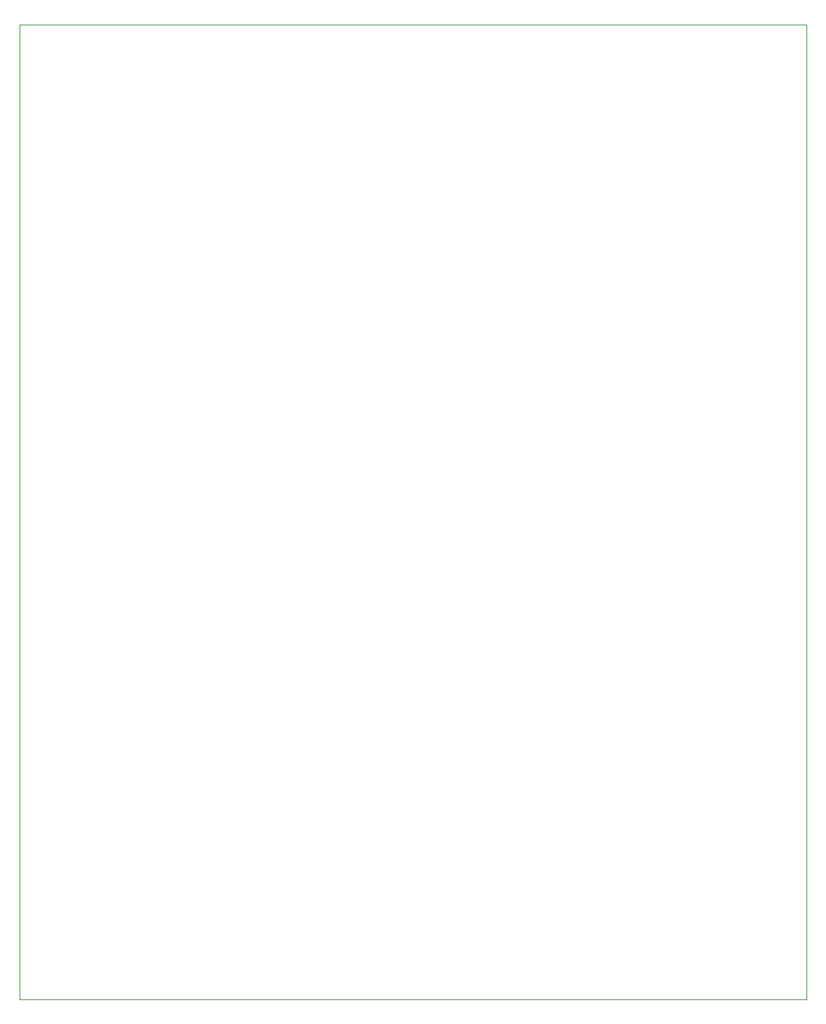
<source format=gbr>
%TF.GenerationSoftware,KiCad,Pcbnew,9.0.0*%
%TF.CreationDate,2025-09-21T20:59:59-04:00*%
%TF.ProjectId,Design V2.0,44657369-676e-4205-9632-2e302e6b6963,rev?*%
%TF.SameCoordinates,Original*%
%TF.FileFunction,Profile,NP*%
%FSLAX46Y46*%
G04 Gerber Fmt 4.6, Leading zero omitted, Abs format (unit mm)*
G04 Created by KiCad (PCBNEW 9.0.0) date 2025-09-21 20:59:59*
%MOMM*%
%LPD*%
G01*
G04 APERTURE LIST*
%TA.AperFunction,Profile*%
%ADD10C,0.050000*%
%TD*%
G04 APERTURE END LIST*
D10*
X157500000Y-28500000D02*
X249500000Y-28500000D01*
X249500000Y-142500000D01*
X157500000Y-142500000D01*
X157500000Y-28500000D01*
M02*

</source>
